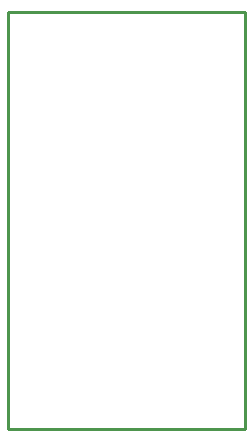
<source format=gbr>
G04 EAGLE Gerber RS-274X export*
G75*
%MOMM*%
%FSLAX34Y34*%
%LPD*%
%IN*%
%IPPOS*%
%AMOC8*
5,1,8,0,0,1.08239X$1,22.5*%
G01*
%ADD10C,0.254000*%


D10*
X0Y0D02*
X200660Y0D01*
X200660Y353060D01*
X0Y353060D01*
X0Y0D01*
M02*

</source>
